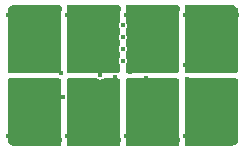
<source format=gbr>
%TF.GenerationSoftware,KiCad,Pcbnew,7.0.9-7.0.9~ubuntu22.04.1*%
%TF.CreationDate,2023-12-29T10:34:14+00:00*%
%TF.ProjectId,DRY_ELECTRODES,4452595f-454c-4454-9354-524f4445532e,1.0*%
%TF.SameCoordinates,Original*%
%TF.FileFunction,Copper,L4,Bot*%
%TF.FilePolarity,Positive*%
%FSLAX46Y46*%
G04 Gerber Fmt 4.6, Leading zero omitted, Abs format (unit mm)*
G04 Created by KiCad (PCBNEW 7.0.9-7.0.9~ubuntu22.04.1) date 2023-12-29 10:34:14*
%MOMM*%
%LPD*%
G01*
G04 APERTURE LIST*
%TA.AperFunction,ViaPad*%
%ADD10C,0.400000*%
%TD*%
%TA.AperFunction,Conductor*%
%ADD11C,0.200000*%
%TD*%
G04 APERTURE END LIST*
D10*
%TO.N,GND*%
X30000000Y-29750000D03*
X30000000Y-30750000D03*
X30000000Y-31750000D03*
X30000000Y-32750000D03*
%TO.N,/in7*%
X39700000Y-28900000D03*
X35300000Y-28900000D03*
%TO.N,/in5*%
X34700000Y-28400000D03*
X30300000Y-28900000D03*
%TO.N,/in3*%
X29700000Y-28400000D03*
X25300000Y-28900000D03*
%TO.N,/in1*%
X24700000Y-28400000D03*
X20300000Y-28900000D03*
%TO.N,/in2*%
X20300000Y-39100000D03*
%TO.N,/in8*%
X39600000Y-39100000D03*
X35300000Y-39100000D03*
%TO.N,/in6*%
X34700000Y-39500000D03*
X30300000Y-39100000D03*
%TO.N,/in4*%
X29700000Y-39500000D03*
X25300000Y-39100000D03*
%TO.N,/in2*%
X24700000Y-39500000D03*
%TO.N,/in8*%
X35400000Y-34300000D03*
%TO.N,/in7*%
X35300000Y-33100000D03*
%TO.N,/in6*%
X32000000Y-34200000D03*
%TO.N,/in5*%
X30600000Y-33700000D03*
%TO.N,/in4*%
X29300000Y-34100000D03*
%TO.N,/in3*%
X28100000Y-34000000D03*
%TO.N,/in2*%
X24900000Y-35800000D03*
%TO.N,/in1*%
X24800000Y-33800000D03*
%TD*%
D11*
%TO.N,/in8*%
X35400000Y-34300000D02*
X35800000Y-34300000D01*
X35800000Y-34300000D02*
X37200000Y-35700000D01*
%TO.N,/in5*%
X30600000Y-33700000D02*
X30600000Y-33200000D01*
X30600000Y-33200000D02*
X31500000Y-32300000D01*
%TO.N,/in7*%
X35300000Y-33100000D02*
X35700000Y-33100000D01*
X35700000Y-33100000D02*
X36400000Y-32400000D01*
X36400000Y-32400000D02*
X36400000Y-32100000D01*
%TO.N,/in6*%
X32000000Y-34200000D02*
X32000000Y-35600000D01*
%TO.N,/in1*%
X24800000Y-33800000D02*
X24700000Y-33800000D01*
X24700000Y-33800000D02*
X23400000Y-32500000D01*
%TO.N,/in2*%
X24900000Y-35800000D02*
X23800000Y-35800000D01*
%TO.N,/in4*%
X29300000Y-34700000D02*
X28800000Y-35200000D01*
X29300000Y-34100000D02*
X29300000Y-34700000D01*
%TO.N,/in3*%
X28100000Y-34000000D02*
X28100000Y-32800000D01*
%TD*%
%TA.AperFunction,Conductor*%
%TO.N,/in1*%
G36*
X24693039Y-28030185D02*
G01*
X24738794Y-28082989D01*
X24750000Y-28134500D01*
X24750000Y-33626000D01*
X24730315Y-33693039D01*
X24677511Y-33738794D01*
X24626000Y-33750000D01*
X20374000Y-33750000D01*
X20306961Y-33730315D01*
X20261206Y-33677511D01*
X20250000Y-33626000D01*
X20250000Y-28407323D01*
X20269685Y-28340284D01*
X20286313Y-28319647D01*
X20356298Y-28249662D01*
X20372845Y-28235779D01*
X20496366Y-28149289D01*
X20515081Y-28138483D01*
X20651740Y-28074758D01*
X20672044Y-28067367D01*
X20817704Y-28028338D01*
X20838978Y-28024587D01*
X20997305Y-28010735D01*
X21002706Y-28010500D01*
X24626000Y-28010500D01*
X24693039Y-28030185D01*
G37*
%TD.AperFunction*%
%TD*%
%TA.AperFunction,Conductor*%
%TO.N,/in3*%
G36*
X29693039Y-28030185D02*
G01*
X29738794Y-28082989D01*
X29750000Y-28134500D01*
X29750000Y-29452955D01*
X29730315Y-29519994D01*
X29713681Y-29540636D01*
X29712909Y-29541407D01*
X29712904Y-29541414D01*
X29662498Y-29640341D01*
X29645131Y-29749997D01*
X29645131Y-29750002D01*
X29662498Y-29859658D01*
X29662500Y-29859661D01*
X29712905Y-29958587D01*
X29713677Y-29959359D01*
X29714315Y-29960527D01*
X29718644Y-29966486D01*
X29717874Y-29967045D01*
X29747164Y-30020678D01*
X29750000Y-30047044D01*
X29750000Y-30452955D01*
X29730315Y-30519994D01*
X29713681Y-30540636D01*
X29712909Y-30541407D01*
X29712904Y-30541414D01*
X29662498Y-30640341D01*
X29645131Y-30749997D01*
X29645131Y-30750002D01*
X29662498Y-30859658D01*
X29662500Y-30859661D01*
X29712905Y-30958587D01*
X29713677Y-30959359D01*
X29714315Y-30960527D01*
X29718644Y-30966486D01*
X29717874Y-30967045D01*
X29747164Y-31020678D01*
X29750000Y-31047044D01*
X29750000Y-31452955D01*
X29730315Y-31519994D01*
X29713681Y-31540636D01*
X29712909Y-31541407D01*
X29712904Y-31541414D01*
X29662498Y-31640341D01*
X29645131Y-31749997D01*
X29645131Y-31750002D01*
X29662498Y-31859658D01*
X29662500Y-31859661D01*
X29712905Y-31958587D01*
X29713677Y-31959359D01*
X29714315Y-31960527D01*
X29718644Y-31966486D01*
X29717874Y-31967045D01*
X29747164Y-32020678D01*
X29750000Y-32047044D01*
X29750000Y-32452955D01*
X29730315Y-32519994D01*
X29713681Y-32540636D01*
X29712909Y-32541407D01*
X29712904Y-32541414D01*
X29662498Y-32640341D01*
X29645131Y-32749997D01*
X29645131Y-32750002D01*
X29662498Y-32859658D01*
X29662500Y-32859661D01*
X29712905Y-32958587D01*
X29713677Y-32959359D01*
X29714315Y-32960527D01*
X29718644Y-32966486D01*
X29717874Y-32967045D01*
X29747164Y-33020678D01*
X29750000Y-33047044D01*
X29750000Y-33626000D01*
X29730315Y-33693039D01*
X29677511Y-33738794D01*
X29626000Y-33750000D01*
X29340499Y-33750000D01*
X29321100Y-33748473D01*
X29300001Y-33745131D01*
X29299999Y-33745131D01*
X29278900Y-33748473D01*
X29259501Y-33750000D01*
X25374000Y-33750000D01*
X25306961Y-33730315D01*
X25261206Y-33677511D01*
X25250000Y-33626000D01*
X25250000Y-28134500D01*
X25269685Y-28067461D01*
X25322489Y-28021706D01*
X25374000Y-28010500D01*
X29626000Y-28010500D01*
X29693039Y-28030185D01*
G37*
%TD.AperFunction*%
%TD*%
%TA.AperFunction,Conductor*%
%TO.N,/in2*%
G36*
X24693039Y-34269685D02*
G01*
X24738794Y-34322489D01*
X24750000Y-34374000D01*
X24750000Y-39865500D01*
X24730315Y-39932539D01*
X24677511Y-39978294D01*
X24626000Y-39989500D01*
X21002706Y-39989500D01*
X20997305Y-39989264D01*
X20948822Y-39985022D01*
X20838982Y-39975412D01*
X20817696Y-39971659D01*
X20672049Y-39932633D01*
X20651738Y-39925240D01*
X20515084Y-39861517D01*
X20496366Y-39850710D01*
X20372845Y-39764220D01*
X20356287Y-39750326D01*
X20286319Y-39680358D01*
X20252834Y-39619035D01*
X20250000Y-39592677D01*
X20250000Y-34374000D01*
X20269685Y-34306961D01*
X20322489Y-34261206D01*
X20374000Y-34250000D01*
X24626000Y-34250000D01*
X24693039Y-34269685D01*
G37*
%TD.AperFunction*%
%TD*%
%TA.AperFunction,Conductor*%
%TO.N,/in4*%
G36*
X27869994Y-34269685D02*
G01*
X27890636Y-34286319D01*
X27891407Y-34287090D01*
X27891410Y-34287092D01*
X27891413Y-34287095D01*
X27960878Y-34322489D01*
X27990341Y-34337501D01*
X28099998Y-34354869D01*
X28100000Y-34354869D01*
X28100002Y-34354869D01*
X28209658Y-34337501D01*
X28209659Y-34337500D01*
X28209661Y-34337500D01*
X28308587Y-34287095D01*
X28308592Y-34287090D01*
X28309364Y-34286319D01*
X28310533Y-34285680D01*
X28316486Y-34281356D01*
X28317044Y-34282125D01*
X28370687Y-34252834D01*
X28397045Y-34250000D01*
X29626000Y-34250000D01*
X29693039Y-34269685D01*
X29738794Y-34322489D01*
X29750000Y-34374000D01*
X29750000Y-39865500D01*
X29730315Y-39932539D01*
X29677511Y-39978294D01*
X29626000Y-39989500D01*
X25374000Y-39989500D01*
X25306961Y-39969815D01*
X25261206Y-39917011D01*
X25250000Y-39865500D01*
X25250000Y-35840498D01*
X25251527Y-35821098D01*
X25254869Y-35799999D01*
X25251527Y-35778900D01*
X25250000Y-35759501D01*
X25250000Y-34374000D01*
X25269685Y-34306961D01*
X25322489Y-34261206D01*
X25374000Y-34250000D01*
X27802955Y-34250000D01*
X27869994Y-34269685D01*
G37*
%TD.AperFunction*%
%TD*%
%TA.AperFunction,Conductor*%
%TO.N,/in5*%
G36*
X34693039Y-28030185D02*
G01*
X34738794Y-28082989D01*
X34750000Y-28134500D01*
X34750000Y-33626000D01*
X34730315Y-33693039D01*
X34677511Y-33738794D01*
X34626000Y-33750000D01*
X30374000Y-33750000D01*
X30306961Y-33730315D01*
X30261206Y-33677511D01*
X30250000Y-33626000D01*
X30250000Y-33047044D01*
X30269685Y-32980005D01*
X30286319Y-32959362D01*
X30287095Y-32958587D01*
X30337500Y-32859661D01*
X30337500Y-32859659D01*
X30337501Y-32859658D01*
X30354869Y-32750002D01*
X30354869Y-32749997D01*
X30337501Y-32640341D01*
X30337500Y-32640339D01*
X30287095Y-32541413D01*
X30287092Y-32541410D01*
X30287090Y-32541407D01*
X30286319Y-32540636D01*
X30285680Y-32539466D01*
X30281356Y-32533514D01*
X30282125Y-32532955D01*
X30252834Y-32479313D01*
X30250000Y-32452955D01*
X30250000Y-32047044D01*
X30269685Y-31980005D01*
X30286319Y-31959362D01*
X30287095Y-31958587D01*
X30337500Y-31859661D01*
X30337500Y-31859659D01*
X30337501Y-31859658D01*
X30354869Y-31750002D01*
X30354869Y-31749997D01*
X30337501Y-31640341D01*
X30337500Y-31640339D01*
X30287095Y-31541413D01*
X30287092Y-31541410D01*
X30287090Y-31541407D01*
X30286319Y-31540636D01*
X30285680Y-31539466D01*
X30281356Y-31533514D01*
X30282125Y-31532955D01*
X30252834Y-31479313D01*
X30250000Y-31452955D01*
X30250000Y-31047044D01*
X30269685Y-30980005D01*
X30286319Y-30959362D01*
X30287095Y-30958587D01*
X30337500Y-30859661D01*
X30337500Y-30859659D01*
X30337501Y-30859658D01*
X30354869Y-30750002D01*
X30354869Y-30749997D01*
X30337501Y-30640341D01*
X30337500Y-30640339D01*
X30287095Y-30541413D01*
X30287092Y-30541410D01*
X30287090Y-30541407D01*
X30286319Y-30540636D01*
X30285680Y-30539466D01*
X30281356Y-30533514D01*
X30282125Y-30532955D01*
X30252834Y-30479313D01*
X30250000Y-30452955D01*
X30250000Y-30047044D01*
X30269685Y-29980005D01*
X30286319Y-29959362D01*
X30287095Y-29958587D01*
X30337500Y-29859661D01*
X30337500Y-29859659D01*
X30337501Y-29859658D01*
X30354869Y-29750002D01*
X30354869Y-29749997D01*
X30337501Y-29640341D01*
X30337500Y-29640339D01*
X30287095Y-29541413D01*
X30287092Y-29541410D01*
X30287090Y-29541407D01*
X30286319Y-29540636D01*
X30285680Y-29539466D01*
X30281356Y-29533514D01*
X30282125Y-29532955D01*
X30252834Y-29479313D01*
X30250000Y-29452955D01*
X30250000Y-28134500D01*
X30269685Y-28067461D01*
X30322489Y-28021706D01*
X30374000Y-28010500D01*
X34626000Y-28010500D01*
X34693039Y-28030185D01*
G37*
%TD.AperFunction*%
%TD*%
%TA.AperFunction,Conductor*%
%TO.N,/in6*%
G36*
X34693039Y-34269685D02*
G01*
X34738794Y-34322489D01*
X34750000Y-34374000D01*
X34750000Y-39865500D01*
X34730315Y-39932539D01*
X34677511Y-39978294D01*
X34626000Y-39989500D01*
X30374000Y-39989500D01*
X30306961Y-39969815D01*
X30261206Y-39917011D01*
X30250000Y-39865500D01*
X30250000Y-34374000D01*
X30269685Y-34306961D01*
X30322489Y-34261206D01*
X30374000Y-34250000D01*
X34626000Y-34250000D01*
X34693039Y-34269685D01*
G37*
%TD.AperFunction*%
%TD*%
%TA.AperFunction,Conductor*%
%TO.N,/in7*%
G36*
X39002694Y-28010735D02*
G01*
X39161019Y-28024587D01*
X39182297Y-28028338D01*
X39327951Y-28067366D01*
X39348261Y-28074759D01*
X39484915Y-28138482D01*
X39503633Y-28149289D01*
X39627154Y-28235779D01*
X39643712Y-28249673D01*
X39713681Y-28319642D01*
X39747166Y-28380965D01*
X39750000Y-28407323D01*
X39750000Y-33626000D01*
X39730315Y-33693039D01*
X39677511Y-33738794D01*
X39626000Y-33750000D01*
X35374000Y-33750000D01*
X35306961Y-33730315D01*
X35261206Y-33677511D01*
X35250000Y-33626000D01*
X35250000Y-28134500D01*
X35269685Y-28067461D01*
X35322489Y-28021706D01*
X35374000Y-28010500D01*
X38996588Y-28010500D01*
X38997294Y-28010500D01*
X39002694Y-28010735D01*
G37*
%TD.AperFunction*%
%TD*%
%TA.AperFunction,Conductor*%
%TO.N,/in8*%
G36*
X39693039Y-34269685D02*
G01*
X39738794Y-34322489D01*
X39750000Y-34374000D01*
X39750000Y-39592677D01*
X39730315Y-39659716D01*
X39713685Y-39680353D01*
X39676778Y-39717261D01*
X39643712Y-39750327D01*
X39627154Y-39764220D01*
X39503633Y-39850710D01*
X39484915Y-39861517D01*
X39348261Y-39925240D01*
X39327950Y-39932633D01*
X39182303Y-39971659D01*
X39161017Y-39975412D01*
X39045988Y-39985476D01*
X39002694Y-39989264D01*
X38997294Y-39989500D01*
X35374000Y-39989500D01*
X35306961Y-39969815D01*
X35261206Y-39917011D01*
X35250000Y-39865500D01*
X35250000Y-34374000D01*
X35269685Y-34306961D01*
X35322489Y-34261206D01*
X35374000Y-34250000D01*
X39626000Y-34250000D01*
X39693039Y-34269685D01*
G37*
%TD.AperFunction*%
%TD*%
M02*

</source>
